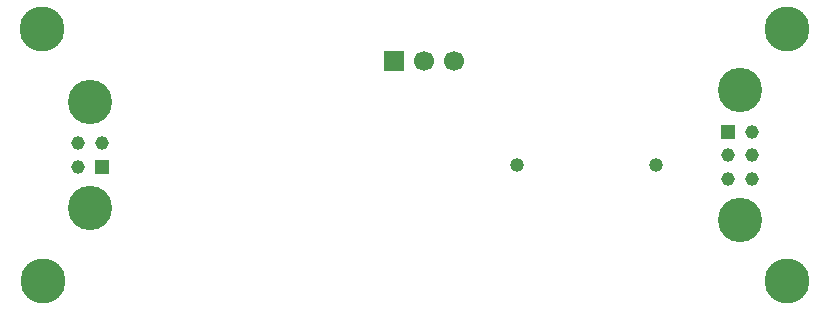
<source format=gbr>
%TF.GenerationSoftware,KiCad,Pcbnew,9.0.4*%
%TF.CreationDate,2026-01-25T14:52:31+00:00*%
%TF.ProjectId,can-repeater,63616e2d-7265-4706-9561-7465722e6b69,rev?*%
%TF.SameCoordinates,Original*%
%TF.FileFunction,Soldermask,Bot*%
%TF.FilePolarity,Negative*%
%FSLAX46Y46*%
G04 Gerber Fmt 4.6, Leading zero omitted, Abs format (unit mm)*
G04 Created by KiCad (PCBNEW 9.0.4) date 2026-01-25 14:52:31*
%MOMM*%
%LPD*%
G01*
G04 APERTURE LIST*
%ADD10C,1.190000*%
%ADD11C,2.600000*%
%ADD12C,3.800000*%
%ADD13R,1.150000X1.150000*%
%ADD14C,1.150000*%
%ADD15C,3.750000*%
%ADD16R,1.700000X1.700000*%
%ADD17C,1.700000*%
G04 APERTURE END LIST*
D10*
%TO.C,J2*%
X185783998Y-78250000D03*
X174050000Y-78250000D03*
%TD*%
D11*
%TO.C,H3*%
X196950000Y-88110000D03*
D12*
X196950000Y-88110000D03*
%TD*%
D11*
%TO.C,H1*%
X196950000Y-66800000D03*
D12*
X196950000Y-66800000D03*
%TD*%
D11*
%TO.C,H2*%
X133900000Y-88100000D03*
D12*
X133900000Y-88100000D03*
%TD*%
D13*
%TO.C,J4*%
X191950000Y-75450000D03*
D14*
X191950000Y-77450000D03*
X191950000Y-79450000D03*
X193950000Y-75450000D03*
X193950000Y-77450000D03*
X193950000Y-79450000D03*
D15*
X192950000Y-71950000D03*
X192950000Y-82950000D03*
%TD*%
D13*
%TO.C,J3*%
X138900000Y-78450000D03*
D14*
X138900000Y-76450000D03*
X136900000Y-78450000D03*
X136900000Y-76450000D03*
D15*
X137900000Y-81950000D03*
X137900000Y-72950000D03*
%TD*%
D11*
%TO.C,H4*%
X133850000Y-66800000D03*
D12*
X133850000Y-66800000D03*
%TD*%
D16*
%TO.C,J1*%
X163627122Y-69511934D03*
D17*
X166167122Y-69511934D03*
X168707121Y-69511934D03*
%TD*%
M02*

</source>
